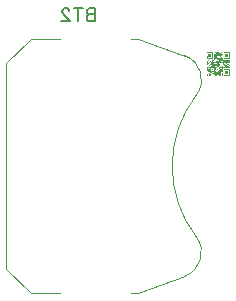
<source format=gbo>
G04 Layer: BottomSilkscreenLayer*
G04 EasyEDA v6.5.50, 2025-04-23 09:50:51*
G04 6c52469611e04d4ea3f073e56dba2c01,9a905054fedc498b9ef7db2e0bce7d6d,10*
G04 Gerber Generator version 0.2*
G04 Scale: 100 percent, Rotated: No, Reflected: No *
G04 Dimensions in millimeters *
G04 leading zeros omitted , absolute positions ,4 integer and 5 decimal *
%FSLAX45Y45*%
%MOMM*%

%ADD10C,0.1524*%
%ADD11C,0.1001*%
%ADD12C,0.0126*%

%LPD*%
G36*
X2635148Y9243974D02*
G01*
X2634589Y9243720D01*
X2634589Y9235033D01*
X2642870Y9235033D01*
X2643022Y9235694D01*
X2682341Y9235541D01*
X2682341Y9196222D01*
X2681681Y9196070D01*
X2642920Y9196120D01*
X2642870Y9235033D01*
X2634589Y9235033D01*
X2634589Y9188145D01*
X2634945Y9187789D01*
X2690469Y9187789D01*
X2690774Y9188348D01*
X2690774Y9243466D01*
X2690317Y9243974D01*
G37*
G36*
X2563266Y9243974D02*
G01*
X2562707Y9243720D01*
X2562707Y9236049D01*
X2563063Y9235694D01*
X2570327Y9235694D01*
X2570683Y9235338D01*
X2570683Y9228226D01*
X2570226Y9228023D01*
X2555290Y9228023D01*
X2554681Y9227718D01*
X2554681Y9211106D01*
X2578963Y9211106D01*
X2579116Y9211767D01*
X2586634Y9211767D01*
X2586939Y9212326D01*
X2587142Y9219742D01*
X2594305Y9219742D01*
X2594660Y9219387D01*
X2594660Y9212122D01*
X2595016Y9211767D01*
X2602280Y9211767D01*
X2602636Y9211411D01*
X2602636Y9204096D01*
X2602992Y9203740D01*
X2610256Y9203740D01*
X2610612Y9203385D01*
X2610612Y9196273D01*
X2610154Y9196070D01*
X2603195Y9196070D01*
X2602636Y9195765D01*
X2602636Y9195104D01*
X2610916Y9195104D01*
X2611069Y9195765D01*
X2618232Y9195765D01*
X2618587Y9195409D01*
X2618587Y9188246D01*
X2617927Y9188094D01*
X2610967Y9188145D01*
X2610916Y9195104D01*
X2602636Y9195104D01*
X2602636Y9180271D01*
X2601976Y9180068D01*
X2595016Y9180169D01*
X2594864Y9195765D01*
X2594406Y9196070D01*
X2587244Y9196070D01*
X2586634Y9195765D01*
X2586634Y9188246D01*
X2585974Y9188094D01*
X2579014Y9188145D01*
X2578963Y9211106D01*
X2554681Y9211106D01*
X2554681Y9180271D01*
X2554224Y9180118D01*
X2539288Y9180118D01*
X2538730Y9179814D01*
X2538730Y9156293D01*
X2538272Y9156141D01*
X2531313Y9156141D01*
X2530754Y9155836D01*
X2530754Y9140342D01*
X2530246Y9140139D01*
X2523337Y9140139D01*
X2522728Y9139834D01*
X2522728Y9132366D01*
X2522270Y9132163D01*
X2515311Y9132163D01*
X2514752Y9131858D01*
X2514752Y9124238D01*
X2515108Y9123883D01*
X2522728Y9123883D01*
X2523032Y9124442D01*
X2523236Y9131858D01*
X2530703Y9131858D01*
X2531008Y9132468D01*
X2531211Y9139834D01*
X2538374Y9139834D01*
X2538730Y9139478D01*
X2538730Y9131198D01*
X2562961Y9131198D01*
X2563164Y9131858D01*
X2570327Y9131858D01*
X2570683Y9131503D01*
X2570683Y9131198D01*
X2578963Y9131198D01*
X2579116Y9131858D01*
X2586278Y9131858D01*
X2586634Y9131503D01*
X2586634Y9124340D01*
X2585974Y9124188D01*
X2579014Y9124238D01*
X2578963Y9131198D01*
X2570683Y9131198D01*
X2570683Y9124238D01*
X2571038Y9123883D01*
X2578303Y9123883D01*
X2578658Y9123527D01*
X2578658Y9116364D01*
X2578201Y9116212D01*
X2571242Y9116212D01*
X2570683Y9115907D01*
X2570683Y9108338D01*
X2570022Y9108186D01*
X2563063Y9108287D01*
X2562961Y9131198D01*
X2538730Y9131198D01*
X2538730Y9124340D01*
X2538272Y9124188D01*
X2531313Y9124188D01*
X2530754Y9123883D01*
X2530754Y9116364D01*
X2530246Y9116212D01*
X2523337Y9116212D01*
X2522728Y9115907D01*
X2522728Y9107220D01*
X2531008Y9107220D01*
X2531211Y9107881D01*
X2554325Y9107881D01*
X2554681Y9107576D01*
X2554681Y9091269D01*
X2562961Y9091269D01*
X2563164Y9091930D01*
X2570683Y9091930D01*
X2570988Y9092488D01*
X2571140Y9107881D01*
X2578658Y9107881D01*
X2578963Y9108490D01*
X2579166Y9115907D01*
X2594305Y9115907D01*
X2594660Y9115552D01*
X2594660Y9100261D01*
X2595016Y9099905D01*
X2602280Y9099905D01*
X2602636Y9099550D01*
X2602636Y9092387D01*
X2602179Y9092234D01*
X2595219Y9092234D01*
X2594660Y9091930D01*
X2594660Y9091269D01*
X2610916Y9091269D01*
X2611069Y9091930D01*
X2618232Y9091930D01*
X2618587Y9091574D01*
X2618587Y9084411D01*
X2617927Y9084208D01*
X2610967Y9084310D01*
X2610916Y9091269D01*
X2594660Y9091269D01*
X2594660Y9084411D01*
X2594152Y9084259D01*
X2587244Y9084259D01*
X2586634Y9083954D01*
X2586634Y9083294D01*
X2594914Y9083294D01*
X2595067Y9083954D01*
X2602280Y9083954D01*
X2602636Y9083598D01*
X2602636Y9076385D01*
X2601976Y9076232D01*
X2595016Y9076334D01*
X2594914Y9083294D01*
X2586634Y9083294D01*
X2586634Y9076436D01*
X2586177Y9076232D01*
X2579217Y9076232D01*
X2578658Y9075928D01*
X2578658Y9068409D01*
X2577998Y9068257D01*
X2571038Y9068358D01*
X2570886Y9083903D01*
X2570632Y9084157D01*
X2563063Y9084310D01*
X2562961Y9091269D01*
X2554681Y9091269D01*
X2554681Y9084411D01*
X2554020Y9084208D01*
X2531110Y9084310D01*
X2531008Y9107220D01*
X2522728Y9107220D01*
X2522728Y9100413D01*
X2522270Y9100210D01*
X2515311Y9100210D01*
X2514752Y9099905D01*
X2514752Y9084411D01*
X2514092Y9084208D01*
X2507132Y9084310D01*
X2507081Y9107220D01*
X2507234Y9107881D01*
X2514752Y9107881D01*
X2515057Y9108490D01*
X2515057Y9115704D01*
X2514600Y9116212D01*
X2507335Y9116212D01*
X2506776Y9115907D01*
X2506776Y9108338D01*
X2506116Y9108186D01*
X2499156Y9108287D01*
X2499004Y9115907D01*
X2498547Y9116161D01*
X2491384Y9116212D01*
X2490774Y9115907D01*
X2490774Y9108236D01*
X2491130Y9107881D01*
X2498445Y9107881D01*
X2498801Y9107576D01*
X2498801Y9100413D01*
X2498293Y9100210D01*
X2491384Y9100210D01*
X2490774Y9099905D01*
X2490774Y9084310D01*
X2491130Y9083954D01*
X2506421Y9083954D01*
X2506776Y9083598D01*
X2506776Y9076283D01*
X2507132Y9075928D01*
X2514752Y9075928D01*
X2515057Y9076537D01*
X2515209Y9083954D01*
X2522372Y9083954D01*
X2522728Y9083598D01*
X2522728Y9071813D01*
X2539034Y9071813D01*
X2539187Y9075928D01*
X2554325Y9075928D01*
X2554681Y9075572D01*
X2554681Y9068409D01*
X2554020Y9068257D01*
X2539085Y9068358D01*
X2539034Y9071813D01*
X2522728Y9071813D01*
X2522728Y9068460D01*
X2522270Y9068257D01*
X2515311Y9068257D01*
X2514752Y9067952D01*
X2514752Y9044330D01*
X2515108Y9044025D01*
X2530703Y9044025D01*
X2531008Y9044584D01*
X2530906Y9059976D01*
X2530754Y9060180D01*
X2523134Y9060332D01*
X2523032Y9067292D01*
X2523185Y9067952D01*
X2538374Y9067952D01*
X2538730Y9067596D01*
X2538730Y9067292D01*
X2578963Y9067292D01*
X2579116Y9067952D01*
X2586278Y9067952D01*
X2586634Y9067596D01*
X2586634Y9060434D01*
X2585974Y9060281D01*
X2579014Y9060332D01*
X2578963Y9067292D01*
X2538730Y9067292D01*
X2538730Y9060332D01*
X2539085Y9059976D01*
X2554325Y9059976D01*
X2554681Y9059621D01*
X2554681Y9059316D01*
X2594914Y9059316D01*
X2595067Y9059976D01*
X2602280Y9059976D01*
X2602636Y9059621D01*
X2602636Y9052458D01*
X2601976Y9052255D01*
X2595016Y9052356D01*
X2594914Y9059316D01*
X2554681Y9059316D01*
X2554681Y9052356D01*
X2555036Y9052001D01*
X2562352Y9052001D01*
X2562707Y9051645D01*
X2562707Y9044330D01*
X2563063Y9044025D01*
X2578658Y9044025D01*
X2578963Y9044584D01*
X2578963Y9051493D01*
X2579166Y9052001D01*
X2594305Y9052001D01*
X2594660Y9051645D01*
X2594660Y9044330D01*
X2595016Y9044025D01*
X2610612Y9044025D01*
X2610916Y9044584D01*
X2611069Y9075928D01*
X2626563Y9075928D01*
X2626868Y9076537D01*
X2627071Y9107881D01*
X2642565Y9107881D01*
X2642870Y9108490D01*
X2642870Y9115653D01*
X2642565Y9116110D01*
X2626969Y9116263D01*
X2626817Y9123883D01*
X2626360Y9124188D01*
X2619197Y9124188D01*
X2618587Y9123883D01*
X2618587Y9116364D01*
X2618130Y9116212D01*
X2611170Y9116212D01*
X2610612Y9115907D01*
X2610612Y9115247D01*
X2618892Y9115247D01*
X2619044Y9115907D01*
X2626258Y9115907D01*
X2626614Y9115552D01*
X2626614Y9108338D01*
X2625902Y9108186D01*
X2618994Y9108287D01*
X2618892Y9115247D01*
X2610612Y9115247D01*
X2610612Y9108236D01*
X2610967Y9107881D01*
X2618232Y9107881D01*
X2618587Y9107576D01*
X2618587Y9100362D01*
X2617927Y9100210D01*
X2602992Y9100312D01*
X2602839Y9115856D01*
X2602585Y9116110D01*
X2595016Y9116263D01*
X2594914Y9123222D01*
X2595067Y9123883D01*
X2602636Y9123883D01*
X2602941Y9124442D01*
X2602941Y9139631D01*
X2602636Y9140088D01*
X2595016Y9140240D01*
X2594914Y9147200D01*
X2595067Y9147860D01*
X2602636Y9147860D01*
X2602941Y9148419D01*
X2602941Y9155684D01*
X2602484Y9156141D01*
X2595219Y9156141D01*
X2594660Y9155836D01*
X2594660Y9148318D01*
X2594000Y9148114D01*
X2587040Y9148216D01*
X2586888Y9171838D01*
X2586431Y9172092D01*
X2571242Y9172092D01*
X2570683Y9171787D01*
X2570683Y9164167D01*
X2571038Y9163812D01*
X2578303Y9163812D01*
X2578658Y9163456D01*
X2578658Y9156293D01*
X2578201Y9156141D01*
X2571242Y9156141D01*
X2570683Y9155836D01*
X2570683Y9148216D01*
X2571038Y9147860D01*
X2578303Y9147860D01*
X2578658Y9147505D01*
X2578658Y9132316D01*
X2577998Y9132163D01*
X2571038Y9132214D01*
X2570886Y9139834D01*
X2570632Y9140088D01*
X2555087Y9140240D01*
X2554986Y9147200D01*
X2555138Y9147860D01*
X2562656Y9147860D01*
X2562961Y9148419D01*
X2562860Y9163812D01*
X2562707Y9164066D01*
X2547061Y9164218D01*
X2547010Y9171127D01*
X2547162Y9171787D01*
X2554681Y9171787D01*
X2554986Y9172397D01*
X2555189Y9179814D01*
X2562656Y9179814D01*
X2562961Y9180372D01*
X2563164Y9195765D01*
X2570327Y9195765D01*
X2570683Y9195409D01*
X2570683Y9188145D01*
X2571038Y9187789D01*
X2578303Y9187789D01*
X2578658Y9187434D01*
X2578658Y9180169D01*
X2579014Y9179814D01*
X2594305Y9179814D01*
X2594660Y9179458D01*
X2594660Y9179153D01*
X2610916Y9179153D01*
X2611069Y9179814D01*
X2618232Y9179814D01*
X2618587Y9179458D01*
X2618587Y9172143D01*
X2618943Y9171787D01*
X2626258Y9171787D01*
X2626614Y9171432D01*
X2626614Y9164167D01*
X2626969Y9163812D01*
X2634234Y9163812D01*
X2634589Y9163456D01*
X2634589Y9156293D01*
X2633929Y9156141D01*
X2618994Y9156192D01*
X2618841Y9163812D01*
X2618587Y9164066D01*
X2610967Y9164218D01*
X2610916Y9179153D01*
X2594660Y9179153D01*
X2594660Y9164167D01*
X2595016Y9163812D01*
X2610256Y9163812D01*
X2610612Y9163456D01*
X2610612Y9156192D01*
X2610967Y9155836D01*
X2618232Y9155836D01*
X2618587Y9155480D01*
X2618587Y9155176D01*
X2634843Y9155176D01*
X2635046Y9155836D01*
X2642565Y9155836D01*
X2642870Y9156395D01*
X2642870Y9163608D01*
X2642565Y9164066D01*
X2634945Y9164218D01*
X2635046Y9171787D01*
X2650185Y9171787D01*
X2650540Y9171432D01*
X2650540Y9171127D01*
X2674823Y9171127D01*
X2674975Y9171787D01*
X2682138Y9171787D01*
X2682494Y9171432D01*
X2682494Y9164269D01*
X2681833Y9164116D01*
X2674874Y9164218D01*
X2674823Y9171127D01*
X2650540Y9171127D01*
X2650540Y9163151D01*
X2658821Y9163151D01*
X2658973Y9163812D01*
X2666187Y9163812D01*
X2666542Y9163456D01*
X2666542Y9148318D01*
X2665882Y9148114D01*
X2658922Y9148216D01*
X2658821Y9163151D01*
X2650540Y9163151D01*
X2650540Y9148216D01*
X2650896Y9147860D01*
X2658211Y9147860D01*
X2658567Y9147505D01*
X2658567Y9140190D01*
X2658922Y9139834D01*
X2666187Y9139834D01*
X2666542Y9139478D01*
X2666542Y9132366D01*
X2666085Y9132163D01*
X2659126Y9132163D01*
X2658567Y9131858D01*
X2658567Y9127744D01*
X2666847Y9127744D01*
X2667000Y9131858D01*
X2682138Y9131858D01*
X2682494Y9131503D01*
X2682494Y9124340D01*
X2681833Y9124188D01*
X2666898Y9124238D01*
X2666847Y9127744D01*
X2658567Y9127744D01*
X2658567Y9124340D01*
X2657856Y9124188D01*
X2650947Y9124238D01*
X2650794Y9139834D01*
X2650540Y9140088D01*
X2642920Y9140240D01*
X2642768Y9147810D01*
X2642565Y9148064D01*
X2634945Y9148216D01*
X2634843Y9155176D01*
X2618587Y9155176D01*
X2618587Y9148216D01*
X2618943Y9147860D01*
X2634234Y9147860D01*
X2634589Y9147505D01*
X2634589Y9140342D01*
X2634132Y9140139D01*
X2627172Y9140139D01*
X2626614Y9139834D01*
X2626614Y9139174D01*
X2634843Y9139174D01*
X2635046Y9139834D01*
X2642209Y9139834D01*
X2642565Y9139478D01*
X2642565Y9132316D01*
X2641904Y9132163D01*
X2634945Y9132214D01*
X2634843Y9139174D01*
X2626614Y9139174D01*
X2626614Y9132214D01*
X2626969Y9131858D01*
X2634234Y9131858D01*
X2634589Y9131503D01*
X2634589Y9124238D01*
X2634945Y9123883D01*
X2650185Y9123883D01*
X2650540Y9123527D01*
X2650540Y9108236D01*
X2650896Y9107881D01*
X2674518Y9107881D01*
X2674823Y9108490D01*
X2674975Y9115907D01*
X2682138Y9115907D01*
X2682494Y9115552D01*
X2682494Y9108236D01*
X2682849Y9107881D01*
X2690469Y9107881D01*
X2690774Y9108490D01*
X2690672Y9115907D01*
X2690520Y9116110D01*
X2682900Y9116263D01*
X2682798Y9123222D01*
X2682951Y9123883D01*
X2690469Y9123883D01*
X2690774Y9124442D01*
X2690672Y9131858D01*
X2690520Y9132112D01*
X2682900Y9132214D01*
X2682748Y9139834D01*
X2682494Y9140088D01*
X2666898Y9140240D01*
X2666847Y9147200D01*
X2667000Y9147860D01*
X2674518Y9147860D01*
X2674823Y9148419D01*
X2674975Y9155836D01*
X2682138Y9155836D01*
X2682494Y9155480D01*
X2682494Y9148216D01*
X2682849Y9147860D01*
X2690469Y9147860D01*
X2690774Y9148419D01*
X2690774Y9179610D01*
X2690317Y9180118D01*
X2667101Y9180118D01*
X2666542Y9179814D01*
X2666542Y9172244D01*
X2665882Y9172092D01*
X2658922Y9172194D01*
X2658770Y9179763D01*
X2658516Y9180017D01*
X2626969Y9180169D01*
X2626817Y9195765D01*
X2626563Y9196019D01*
X2618994Y9196120D01*
X2618841Y9203740D01*
X2618587Y9203994D01*
X2610967Y9204147D01*
X2610916Y9211106D01*
X2611069Y9211767D01*
X2618587Y9211767D01*
X2618892Y9212326D01*
X2619095Y9219742D01*
X2626563Y9219742D01*
X2626868Y9220301D01*
X2626766Y9227718D01*
X2626614Y9227972D01*
X2610967Y9228124D01*
X2610916Y9235033D01*
X2611069Y9235694D01*
X2618587Y9235694D01*
X2618892Y9236303D01*
X2618892Y9243517D01*
X2618435Y9243974D01*
X2610916Y9243872D01*
X2610612Y9243720D01*
X2610612Y9236151D01*
X2609951Y9235998D01*
X2595016Y9236100D01*
X2594864Y9243720D01*
X2594406Y9243974D01*
X2586939Y9243872D01*
X2586634Y9243720D01*
X2586634Y9227058D01*
X2594914Y9227058D01*
X2595067Y9227718D01*
X2602280Y9227718D01*
X2602636Y9227362D01*
X2602636Y9220200D01*
X2601976Y9220047D01*
X2595016Y9220098D01*
X2594914Y9227058D01*
X2586634Y9227058D01*
X2586634Y9220200D01*
X2585974Y9220047D01*
X2579014Y9220098D01*
X2578862Y9243720D01*
X2578455Y9243974D01*
G37*
G36*
X2491384Y9243974D02*
G01*
X2490774Y9243720D01*
X2490774Y9235033D01*
X2499055Y9235033D01*
X2499258Y9235694D01*
X2538577Y9235541D01*
X2538577Y9196222D01*
X2537917Y9196070D01*
X2499156Y9196120D01*
X2499055Y9235033D01*
X2490774Y9235033D01*
X2490774Y9188145D01*
X2491130Y9187789D01*
X2546705Y9187789D01*
X2547010Y9188348D01*
X2547010Y9243466D01*
X2546502Y9243974D01*
G37*
G36*
X2651150Y9228023D02*
G01*
X2650540Y9227718D01*
X2650540Y9204096D01*
X2650896Y9203740D01*
X2674518Y9203740D01*
X2674823Y9204350D01*
X2674823Y9227566D01*
X2674366Y9228023D01*
G37*
G36*
X2507335Y9228023D02*
G01*
X2506776Y9227718D01*
X2506776Y9204096D01*
X2507132Y9203740D01*
X2530703Y9203740D01*
X2531008Y9204350D01*
X2531008Y9227566D01*
X2530551Y9228023D01*
G37*
G36*
X2507335Y9180118D02*
G01*
X2506776Y9179814D01*
X2506776Y9172295D01*
X2506319Y9172092D01*
X2499360Y9172092D01*
X2498801Y9171787D01*
X2498801Y9164167D01*
X2499156Y9163812D01*
X2506776Y9163812D01*
X2507081Y9164370D01*
X2507234Y9171787D01*
X2514752Y9171787D01*
X2515057Y9172397D01*
X2515057Y9179610D01*
X2514600Y9180118D01*
G37*
G36*
X2523337Y9172092D02*
G01*
X2522728Y9171787D01*
X2522728Y9164320D01*
X2522270Y9164116D01*
X2515311Y9164116D01*
X2514752Y9163812D01*
X2514752Y9156192D01*
X2515108Y9155836D01*
X2522728Y9155836D01*
X2523032Y9156395D01*
X2523236Y9163812D01*
X2530703Y9163812D01*
X2531008Y9164370D01*
X2531008Y9171635D01*
X2530551Y9172092D01*
G37*
G36*
X2491384Y9156141D02*
G01*
X2490774Y9155836D01*
X2490774Y9124238D01*
X2491130Y9123883D01*
X2498750Y9123883D01*
X2499106Y9124442D01*
X2499258Y9139834D01*
X2514752Y9139834D01*
X2515057Y9140444D01*
X2515057Y9147606D01*
X2514752Y9148064D01*
X2507132Y9148216D01*
X2506980Y9155836D01*
X2506573Y9156141D01*
G37*
G36*
X2635148Y9100210D02*
G01*
X2634589Y9099905D01*
X2634589Y9091269D01*
X2642870Y9091269D01*
X2643022Y9091930D01*
X2682341Y9091777D01*
X2682341Y9052458D01*
X2681681Y9052255D01*
X2642920Y9052356D01*
X2642870Y9091269D01*
X2634589Y9091269D01*
X2634589Y9044330D01*
X2634945Y9044025D01*
X2690469Y9044025D01*
X2690774Y9044584D01*
X2690774Y9099651D01*
X2690317Y9100210D01*
G37*
G36*
X2579217Y9100210D02*
G01*
X2578658Y9099905D01*
X2578658Y9092285D01*
X2579014Y9091930D01*
X2586634Y9091930D01*
X2586939Y9092488D01*
X2586939Y9099753D01*
X2586482Y9100210D01*
G37*
G36*
X2539288Y9100210D02*
G01*
X2538730Y9099905D01*
X2538730Y9092285D01*
X2539085Y9091930D01*
X2546705Y9091930D01*
X2547010Y9092488D01*
X2547010Y9099753D01*
X2546553Y9100210D01*
G37*
G36*
X2651150Y9084259D02*
G01*
X2650540Y9083954D01*
X2650540Y9060332D01*
X2650896Y9059976D01*
X2674518Y9059976D01*
X2674823Y9060535D01*
X2674823Y9083751D01*
X2674366Y9084259D01*
G37*
G36*
X2619197Y9068257D02*
G01*
X2618587Y9067952D01*
X2618587Y9044330D01*
X2618943Y9044025D01*
X2626563Y9044025D01*
X2626868Y9044584D01*
X2626868Y9067800D01*
X2626410Y9068257D01*
G37*
G36*
X2491384Y9068257D02*
G01*
X2490774Y9067952D01*
X2490774Y9044330D01*
X2491130Y9044025D01*
X2506776Y9044025D01*
X2507081Y9044584D01*
X2507081Y9051747D01*
X2506776Y9052204D01*
X2499156Y9052356D01*
X2499004Y9067952D01*
X2498547Y9068257D01*
G37*
D10*
X1549400Y9614915D02*
G01*
X1549400Y9505950D01*
X1549400Y9614915D02*
G01*
X1502663Y9614915D01*
X1487170Y9609836D01*
X1481836Y9604502D01*
X1476756Y9594087D01*
X1476756Y9583674D01*
X1481836Y9573260D01*
X1487170Y9568179D01*
X1502663Y9563100D01*
X1549400Y9563100D02*
G01*
X1502663Y9563100D01*
X1487170Y9557765D01*
X1481836Y9552686D01*
X1476756Y9542271D01*
X1476756Y9526524D01*
X1481836Y9516110D01*
X1487170Y9511029D01*
X1502663Y9505950D01*
X1549400Y9505950D01*
X1405890Y9614915D02*
G01*
X1405890Y9505950D01*
X1442465Y9614915D02*
G01*
X1369568Y9614915D01*
X1330197Y9589008D02*
G01*
X1330197Y9594087D01*
X1324863Y9604502D01*
X1319784Y9609836D01*
X1309370Y9614915D01*
X1288541Y9614915D01*
X1278127Y9609836D01*
X1273047Y9604502D01*
X1267713Y9594087D01*
X1267713Y9583674D01*
X1273047Y9573260D01*
X1283461Y9557765D01*
X1335277Y9505950D01*
X1262634Y9505950D01*
D11*
X1848865Y9358401D02*
G01*
X1911858Y9358401D01*
X2306853Y9214408D01*
X1248867Y9358401D02*
G01*
X1002868Y9358401D01*
X794867Y9150400D01*
X794867Y7410424D01*
X1002868Y7202423D01*
X1248867Y7202423D01*
X1848865Y7202423D02*
G01*
X1911858Y7202423D01*
X2306853Y7346416D01*
G75*
G01*
X2403856Y7680427D02*
G02*
X2404212Y8880881I780995J599996D01*
G75*
G01*
X2306853Y9214409D02*
G02*
X2405507Y8880754I-72998J-202996D01*
G75*
G01*
X2403856Y7680427D02*
G02*
X2307692Y7347890I-170007J-131010D01*
M02*

</source>
